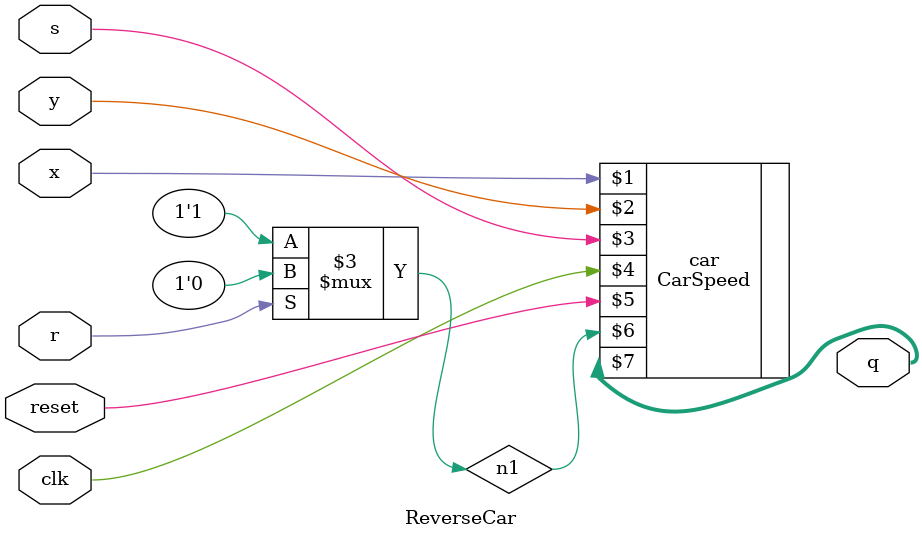
<source format=sv>
`timescale 1ns / 1ps


module ReverseCar(input logic r, x, y, s, clk, reset,
                  output logic [3:0] q);
    logic n1;           
    always_comb
    begin
        if(r)
        begin
            n1 = 0;
        end
        else begin
            n1 = 1;
        end
    end
    CarSpeed car(x, y, s, clk, reset, n1, q);
endmodule

</source>
